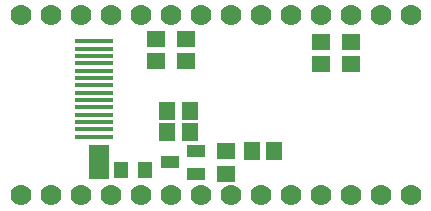
<source format=gbr>
G04 EAGLE Gerber RS-274X export*
G75*
%MOMM*%
%FSLAX34Y34*%
%LPD*%
%INSoldermask Bottom*%
%IPPOS*%
%AMOC8*
5,1,8,0,0,1.08239X$1,22.5*%
G01*
%ADD10C,1.778000*%
%ADD11R,3.301600X0.451600*%
%ADD12R,1.601600X1.341600*%
%ADD13R,1.341600X1.601600*%
%ADD14R,1.501600X1.101600*%
%ADD15R,1.301600X1.401600*%
%ADD16R,1.651000X2.921000*%


D10*
X12700Y165100D03*
X38100Y165100D03*
X63500Y165100D03*
X88900Y165100D03*
X114300Y165100D03*
X139700Y165100D03*
X165100Y165100D03*
X190500Y165100D03*
X215900Y165100D03*
X241300Y165100D03*
X266700Y165100D03*
X292100Y165100D03*
X317500Y165100D03*
X342900Y165100D03*
X342900Y12700D03*
X317500Y12700D03*
X292100Y12700D03*
X266700Y12700D03*
X241300Y12700D03*
X215900Y12700D03*
X190500Y12700D03*
X165100Y12700D03*
X139700Y12700D03*
X114300Y12700D03*
X88900Y12700D03*
X63500Y12700D03*
X38100Y12700D03*
X12700Y12700D03*
D11*
X74910Y143170D03*
X74910Y136970D03*
X74910Y130770D03*
X74910Y124570D03*
X74910Y118370D03*
X74910Y112170D03*
X74910Y105970D03*
X74910Y99770D03*
X74910Y93570D03*
X74910Y87370D03*
X74910Y81170D03*
X74910Y74970D03*
X74910Y68770D03*
X74910Y62570D03*
D12*
X127000Y126390D03*
X127000Y145390D03*
X152400Y126390D03*
X152400Y145390D03*
X186690Y50140D03*
X186690Y31140D03*
D13*
X227432Y50546D03*
X208432Y50546D03*
X155550Y66040D03*
X136550Y66040D03*
X155550Y83820D03*
X136550Y83820D03*
D12*
X292100Y142850D03*
X292100Y123850D03*
X266700Y142850D03*
X266700Y123850D03*
D14*
X138860Y40640D03*
X160860Y31140D03*
X160860Y50140D03*
D15*
X97790Y34290D03*
X118110Y34290D03*
D16*
X78740Y40640D03*
M02*

</source>
